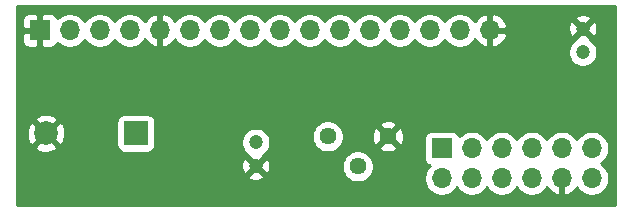
<source format=gbr>
G04 #@! TF.GenerationSoftware,KiCad,Pcbnew,5.1.5+dfsg1-2build2*
G04 #@! TF.CreationDate,2020-11-20T08:54:09-05:00*
G04 #@! TF.ProjectId,portb_lcd_mod,706f7274-625f-46c6-9364-5f6d6f642e6b,rev?*
G04 #@! TF.SameCoordinates,Original*
G04 #@! TF.FileFunction,Copper,L2,Bot*
G04 #@! TF.FilePolarity,Positive*
%FSLAX46Y46*%
G04 Gerber Fmt 4.6, Leading zero omitted, Abs format (unit mm)*
G04 Created by KiCad (PCBNEW 5.1.5+dfsg1-2build2) date 2020-11-20 08:54:09*
%MOMM*%
%LPD*%
G04 APERTURE LIST*
%ADD10R,2.000000X2.000000*%
%ADD11C,2.000000*%
%ADD12R,1.700000X1.700000*%
%ADD13O,1.700000X1.700000*%
%ADD14C,1.440000*%
%ADD15C,1.200000*%
%ADD16C,0.254000*%
G04 APERTURE END LIST*
D10*
X128778000Y-108712000D03*
D11*
X121178000Y-108712000D03*
D12*
X120650000Y-100000000D03*
D13*
X123190000Y-100000000D03*
X125730000Y-100000000D03*
X128270000Y-100000000D03*
X130810000Y-100000000D03*
X133350000Y-100000000D03*
X135890000Y-100000000D03*
X138430000Y-100000000D03*
X140970000Y-100000000D03*
X143510000Y-100000000D03*
X146050000Y-100000000D03*
X148590000Y-100000000D03*
X151130000Y-100000000D03*
X153670000Y-100000000D03*
X156210000Y-100000000D03*
X158750000Y-100000000D03*
D14*
X150114000Y-108966000D03*
X147574000Y-111506000D03*
X145034000Y-108966000D03*
D15*
X138938000Y-109474000D03*
X138938000Y-111474000D03*
X166624000Y-99854000D03*
X166624000Y-101854000D03*
D12*
X154686000Y-109982000D03*
D13*
X154686000Y-112522000D03*
X157226000Y-109982000D03*
X157226000Y-112522000D03*
X159766000Y-109982000D03*
X159766000Y-112522000D03*
X162306000Y-109982000D03*
X162306000Y-112522000D03*
X164846000Y-109982000D03*
X164846000Y-112522000D03*
X167386000Y-109982000D03*
X167386000Y-112522000D03*
D16*
G36*
X169315001Y-114815000D02*
G01*
X118685000Y-114815000D01*
X118685000Y-112323764D01*
X138267841Y-112323764D01*
X138315148Y-112547348D01*
X138536516Y-112648237D01*
X138773313Y-112704000D01*
X139016438Y-112712495D01*
X139256549Y-112673395D01*
X139484418Y-112588202D01*
X139560852Y-112547348D01*
X139608159Y-112323764D01*
X138938000Y-111653605D01*
X138267841Y-112323764D01*
X118685000Y-112323764D01*
X118685000Y-111552438D01*
X137699505Y-111552438D01*
X137738605Y-111792549D01*
X137823798Y-112020418D01*
X137864652Y-112096852D01*
X138088236Y-112144159D01*
X138758395Y-111474000D01*
X139117605Y-111474000D01*
X139787764Y-112144159D01*
X140011348Y-112096852D01*
X140112237Y-111875484D01*
X140168000Y-111638687D01*
X140176495Y-111395562D01*
X140172747Y-111372544D01*
X146219000Y-111372544D01*
X146219000Y-111639456D01*
X146271072Y-111901239D01*
X146373215Y-112147833D01*
X146521503Y-112369762D01*
X146710238Y-112558497D01*
X146932167Y-112706785D01*
X147178761Y-112808928D01*
X147440544Y-112861000D01*
X147707456Y-112861000D01*
X147969239Y-112808928D01*
X148215833Y-112706785D01*
X148437762Y-112558497D01*
X148626497Y-112369762D01*
X148774785Y-112147833D01*
X148876928Y-111901239D01*
X148929000Y-111639456D01*
X148929000Y-111372544D01*
X148876928Y-111110761D01*
X148774785Y-110864167D01*
X148626497Y-110642238D01*
X148437762Y-110453503D01*
X148215833Y-110305215D01*
X147969239Y-110203072D01*
X147707456Y-110151000D01*
X147440544Y-110151000D01*
X147178761Y-110203072D01*
X146932167Y-110305215D01*
X146710238Y-110453503D01*
X146521503Y-110642238D01*
X146373215Y-110864167D01*
X146271072Y-111110761D01*
X146219000Y-111372544D01*
X140172747Y-111372544D01*
X140137395Y-111155451D01*
X140052202Y-110927582D01*
X140011348Y-110851148D01*
X139787764Y-110803841D01*
X139117605Y-111474000D01*
X138758395Y-111474000D01*
X138088236Y-110803841D01*
X137864652Y-110851148D01*
X137763763Y-111072516D01*
X137708000Y-111309313D01*
X137699505Y-111552438D01*
X118685000Y-111552438D01*
X118685000Y-109847413D01*
X120222192Y-109847413D01*
X120317956Y-110111814D01*
X120607571Y-110252704D01*
X120919108Y-110334384D01*
X121240595Y-110353718D01*
X121559675Y-110309961D01*
X121864088Y-110204795D01*
X122038044Y-110111814D01*
X122133808Y-109847413D01*
X121178000Y-108891605D01*
X120222192Y-109847413D01*
X118685000Y-109847413D01*
X118685000Y-108774595D01*
X119536282Y-108774595D01*
X119580039Y-109093675D01*
X119685205Y-109398088D01*
X119778186Y-109572044D01*
X120042587Y-109667808D01*
X120998395Y-108712000D01*
X121357605Y-108712000D01*
X122313413Y-109667808D01*
X122577814Y-109572044D01*
X122718704Y-109282429D01*
X122800384Y-108970892D01*
X122819718Y-108649405D01*
X122775961Y-108330325D01*
X122670795Y-108025912D01*
X122577814Y-107851956D01*
X122313413Y-107756192D01*
X121357605Y-108712000D01*
X120998395Y-108712000D01*
X120042587Y-107756192D01*
X119778186Y-107851956D01*
X119637296Y-108141571D01*
X119555616Y-108453108D01*
X119536282Y-108774595D01*
X118685000Y-108774595D01*
X118685000Y-107576587D01*
X120222192Y-107576587D01*
X121178000Y-108532395D01*
X121998395Y-107712000D01*
X127139928Y-107712000D01*
X127139928Y-109712000D01*
X127152188Y-109836482D01*
X127188498Y-109956180D01*
X127247463Y-110066494D01*
X127326815Y-110163185D01*
X127423506Y-110242537D01*
X127533820Y-110301502D01*
X127653518Y-110337812D01*
X127778000Y-110350072D01*
X129778000Y-110350072D01*
X129902482Y-110337812D01*
X130022180Y-110301502D01*
X130132494Y-110242537D01*
X130229185Y-110163185D01*
X130308537Y-110066494D01*
X130367502Y-109956180D01*
X130403812Y-109836482D01*
X130416072Y-109712000D01*
X130416072Y-109352363D01*
X137703000Y-109352363D01*
X137703000Y-109595637D01*
X137750460Y-109834236D01*
X137843557Y-110058992D01*
X137978713Y-110261267D01*
X138150733Y-110433287D01*
X138288733Y-110525496D01*
X138267841Y-110624236D01*
X138938000Y-111294395D01*
X139608159Y-110624236D01*
X139587267Y-110525496D01*
X139725267Y-110433287D01*
X139897287Y-110261267D01*
X140032443Y-110058992D01*
X140125540Y-109834236D01*
X140173000Y-109595637D01*
X140173000Y-109352363D01*
X140125540Y-109113764D01*
X140032443Y-108889008D01*
X139994715Y-108832544D01*
X143679000Y-108832544D01*
X143679000Y-109099456D01*
X143731072Y-109361239D01*
X143833215Y-109607833D01*
X143981503Y-109829762D01*
X144170238Y-110018497D01*
X144392167Y-110166785D01*
X144638761Y-110268928D01*
X144900544Y-110321000D01*
X145167456Y-110321000D01*
X145429239Y-110268928D01*
X145675833Y-110166785D01*
X145897762Y-110018497D01*
X146014699Y-109901560D01*
X149358045Y-109901560D01*
X149419932Y-110137368D01*
X149661790Y-110250266D01*
X149921027Y-110313811D01*
X150187680Y-110325561D01*
X150451501Y-110285063D01*
X150702353Y-110193875D01*
X150808068Y-110137368D01*
X150869955Y-109901560D01*
X150114000Y-109145605D01*
X149358045Y-109901560D01*
X146014699Y-109901560D01*
X146086497Y-109829762D01*
X146234785Y-109607833D01*
X146336928Y-109361239D01*
X146389000Y-109099456D01*
X146389000Y-109039680D01*
X148754439Y-109039680D01*
X148794937Y-109303501D01*
X148886125Y-109554353D01*
X148942632Y-109660068D01*
X149178440Y-109721955D01*
X149934395Y-108966000D01*
X150293605Y-108966000D01*
X151049560Y-109721955D01*
X151285368Y-109660068D01*
X151398266Y-109418210D01*
X151461811Y-109158973D01*
X151462999Y-109132000D01*
X153197928Y-109132000D01*
X153197928Y-110832000D01*
X153210188Y-110956482D01*
X153246498Y-111076180D01*
X153305463Y-111186494D01*
X153384815Y-111283185D01*
X153481506Y-111362537D01*
X153591820Y-111421502D01*
X153664380Y-111443513D01*
X153532525Y-111575368D01*
X153370010Y-111818589D01*
X153258068Y-112088842D01*
X153201000Y-112375740D01*
X153201000Y-112668260D01*
X153258068Y-112955158D01*
X153370010Y-113225411D01*
X153532525Y-113468632D01*
X153739368Y-113675475D01*
X153982589Y-113837990D01*
X154252842Y-113949932D01*
X154539740Y-114007000D01*
X154832260Y-114007000D01*
X155119158Y-113949932D01*
X155389411Y-113837990D01*
X155632632Y-113675475D01*
X155839475Y-113468632D01*
X155956000Y-113294240D01*
X156072525Y-113468632D01*
X156279368Y-113675475D01*
X156522589Y-113837990D01*
X156792842Y-113949932D01*
X157079740Y-114007000D01*
X157372260Y-114007000D01*
X157659158Y-113949932D01*
X157929411Y-113837990D01*
X158172632Y-113675475D01*
X158379475Y-113468632D01*
X158496000Y-113294240D01*
X158612525Y-113468632D01*
X158819368Y-113675475D01*
X159062589Y-113837990D01*
X159332842Y-113949932D01*
X159619740Y-114007000D01*
X159912260Y-114007000D01*
X160199158Y-113949932D01*
X160469411Y-113837990D01*
X160712632Y-113675475D01*
X160919475Y-113468632D01*
X161036000Y-113294240D01*
X161152525Y-113468632D01*
X161359368Y-113675475D01*
X161602589Y-113837990D01*
X161872842Y-113949932D01*
X162159740Y-114007000D01*
X162452260Y-114007000D01*
X162739158Y-113949932D01*
X163009411Y-113837990D01*
X163252632Y-113675475D01*
X163459475Y-113468632D01*
X163581195Y-113286466D01*
X163650822Y-113403355D01*
X163845731Y-113619588D01*
X164079080Y-113793641D01*
X164341901Y-113918825D01*
X164489110Y-113963476D01*
X164719000Y-113842155D01*
X164719000Y-112649000D01*
X164699000Y-112649000D01*
X164699000Y-112395000D01*
X164719000Y-112395000D01*
X164719000Y-112375000D01*
X164973000Y-112375000D01*
X164973000Y-112395000D01*
X164993000Y-112395000D01*
X164993000Y-112649000D01*
X164973000Y-112649000D01*
X164973000Y-113842155D01*
X165202890Y-113963476D01*
X165350099Y-113918825D01*
X165612920Y-113793641D01*
X165846269Y-113619588D01*
X166041178Y-113403355D01*
X166110805Y-113286466D01*
X166232525Y-113468632D01*
X166439368Y-113675475D01*
X166682589Y-113837990D01*
X166952842Y-113949932D01*
X167239740Y-114007000D01*
X167532260Y-114007000D01*
X167819158Y-113949932D01*
X168089411Y-113837990D01*
X168332632Y-113675475D01*
X168539475Y-113468632D01*
X168701990Y-113225411D01*
X168813932Y-112955158D01*
X168871000Y-112668260D01*
X168871000Y-112375740D01*
X168813932Y-112088842D01*
X168701990Y-111818589D01*
X168539475Y-111575368D01*
X168332632Y-111368525D01*
X168158240Y-111252000D01*
X168332632Y-111135475D01*
X168539475Y-110928632D01*
X168701990Y-110685411D01*
X168813932Y-110415158D01*
X168871000Y-110128260D01*
X168871000Y-109835740D01*
X168813932Y-109548842D01*
X168701990Y-109278589D01*
X168539475Y-109035368D01*
X168332632Y-108828525D01*
X168089411Y-108666010D01*
X167819158Y-108554068D01*
X167532260Y-108497000D01*
X167239740Y-108497000D01*
X166952842Y-108554068D01*
X166682589Y-108666010D01*
X166439368Y-108828525D01*
X166232525Y-109035368D01*
X166116000Y-109209760D01*
X165999475Y-109035368D01*
X165792632Y-108828525D01*
X165549411Y-108666010D01*
X165279158Y-108554068D01*
X164992260Y-108497000D01*
X164699740Y-108497000D01*
X164412842Y-108554068D01*
X164142589Y-108666010D01*
X163899368Y-108828525D01*
X163692525Y-109035368D01*
X163576000Y-109209760D01*
X163459475Y-109035368D01*
X163252632Y-108828525D01*
X163009411Y-108666010D01*
X162739158Y-108554068D01*
X162452260Y-108497000D01*
X162159740Y-108497000D01*
X161872842Y-108554068D01*
X161602589Y-108666010D01*
X161359368Y-108828525D01*
X161152525Y-109035368D01*
X161036000Y-109209760D01*
X160919475Y-109035368D01*
X160712632Y-108828525D01*
X160469411Y-108666010D01*
X160199158Y-108554068D01*
X159912260Y-108497000D01*
X159619740Y-108497000D01*
X159332842Y-108554068D01*
X159062589Y-108666010D01*
X158819368Y-108828525D01*
X158612525Y-109035368D01*
X158496000Y-109209760D01*
X158379475Y-109035368D01*
X158172632Y-108828525D01*
X157929411Y-108666010D01*
X157659158Y-108554068D01*
X157372260Y-108497000D01*
X157079740Y-108497000D01*
X156792842Y-108554068D01*
X156522589Y-108666010D01*
X156279368Y-108828525D01*
X156147513Y-108960380D01*
X156125502Y-108887820D01*
X156066537Y-108777506D01*
X155987185Y-108680815D01*
X155890494Y-108601463D01*
X155780180Y-108542498D01*
X155660482Y-108506188D01*
X155536000Y-108493928D01*
X153836000Y-108493928D01*
X153711518Y-108506188D01*
X153591820Y-108542498D01*
X153481506Y-108601463D01*
X153384815Y-108680815D01*
X153305463Y-108777506D01*
X153246498Y-108887820D01*
X153210188Y-109007518D01*
X153197928Y-109132000D01*
X151462999Y-109132000D01*
X151473561Y-108892320D01*
X151433063Y-108628499D01*
X151341875Y-108377647D01*
X151285368Y-108271932D01*
X151049560Y-108210045D01*
X150293605Y-108966000D01*
X149934395Y-108966000D01*
X149178440Y-108210045D01*
X148942632Y-108271932D01*
X148829734Y-108513790D01*
X148766189Y-108773027D01*
X148754439Y-109039680D01*
X146389000Y-109039680D01*
X146389000Y-108832544D01*
X146336928Y-108570761D01*
X146234785Y-108324167D01*
X146086497Y-108102238D01*
X146014699Y-108030440D01*
X149358045Y-108030440D01*
X150114000Y-108786395D01*
X150869955Y-108030440D01*
X150808068Y-107794632D01*
X150566210Y-107681734D01*
X150306973Y-107618189D01*
X150040320Y-107606439D01*
X149776499Y-107646937D01*
X149525647Y-107738125D01*
X149419932Y-107794632D01*
X149358045Y-108030440D01*
X146014699Y-108030440D01*
X145897762Y-107913503D01*
X145675833Y-107765215D01*
X145429239Y-107663072D01*
X145167456Y-107611000D01*
X144900544Y-107611000D01*
X144638761Y-107663072D01*
X144392167Y-107765215D01*
X144170238Y-107913503D01*
X143981503Y-108102238D01*
X143833215Y-108324167D01*
X143731072Y-108570761D01*
X143679000Y-108832544D01*
X139994715Y-108832544D01*
X139897287Y-108686733D01*
X139725267Y-108514713D01*
X139522992Y-108379557D01*
X139298236Y-108286460D01*
X139059637Y-108239000D01*
X138816363Y-108239000D01*
X138577764Y-108286460D01*
X138353008Y-108379557D01*
X138150733Y-108514713D01*
X137978713Y-108686733D01*
X137843557Y-108889008D01*
X137750460Y-109113764D01*
X137703000Y-109352363D01*
X130416072Y-109352363D01*
X130416072Y-107712000D01*
X130403812Y-107587518D01*
X130367502Y-107467820D01*
X130308537Y-107357506D01*
X130229185Y-107260815D01*
X130132494Y-107181463D01*
X130022180Y-107122498D01*
X129902482Y-107086188D01*
X129778000Y-107073928D01*
X127778000Y-107073928D01*
X127653518Y-107086188D01*
X127533820Y-107122498D01*
X127423506Y-107181463D01*
X127326815Y-107260815D01*
X127247463Y-107357506D01*
X127188498Y-107467820D01*
X127152188Y-107587518D01*
X127139928Y-107712000D01*
X121998395Y-107712000D01*
X122133808Y-107576587D01*
X122038044Y-107312186D01*
X121748429Y-107171296D01*
X121436892Y-107089616D01*
X121115405Y-107070282D01*
X120796325Y-107114039D01*
X120491912Y-107219205D01*
X120317956Y-107312186D01*
X120222192Y-107576587D01*
X118685000Y-107576587D01*
X118685000Y-101732363D01*
X165389000Y-101732363D01*
X165389000Y-101975637D01*
X165436460Y-102214236D01*
X165529557Y-102438992D01*
X165664713Y-102641267D01*
X165836733Y-102813287D01*
X166039008Y-102948443D01*
X166263764Y-103041540D01*
X166502363Y-103089000D01*
X166745637Y-103089000D01*
X166984236Y-103041540D01*
X167208992Y-102948443D01*
X167411267Y-102813287D01*
X167583287Y-102641267D01*
X167718443Y-102438992D01*
X167811540Y-102214236D01*
X167859000Y-101975637D01*
X167859000Y-101732363D01*
X167811540Y-101493764D01*
X167718443Y-101269008D01*
X167583287Y-101066733D01*
X167411267Y-100894713D01*
X167273267Y-100802504D01*
X167294159Y-100703764D01*
X166624000Y-100033605D01*
X165953841Y-100703764D01*
X165974733Y-100802504D01*
X165836733Y-100894713D01*
X165664713Y-101066733D01*
X165529557Y-101269008D01*
X165436460Y-101493764D01*
X165389000Y-101732363D01*
X118685000Y-101732363D01*
X118685000Y-100850000D01*
X119161928Y-100850000D01*
X119174188Y-100974482D01*
X119210498Y-101094180D01*
X119269463Y-101204494D01*
X119348815Y-101301185D01*
X119445506Y-101380537D01*
X119555820Y-101439502D01*
X119675518Y-101475812D01*
X119800000Y-101488072D01*
X120364250Y-101485000D01*
X120523000Y-101326250D01*
X120523000Y-100127000D01*
X119323750Y-100127000D01*
X119165000Y-100285750D01*
X119161928Y-100850000D01*
X118685000Y-100850000D01*
X118685000Y-99150000D01*
X119161928Y-99150000D01*
X119165000Y-99714250D01*
X119323750Y-99873000D01*
X120523000Y-99873000D01*
X120523000Y-98673750D01*
X120777000Y-98673750D01*
X120777000Y-99873000D01*
X120797000Y-99873000D01*
X120797000Y-100127000D01*
X120777000Y-100127000D01*
X120777000Y-101326250D01*
X120935750Y-101485000D01*
X121500000Y-101488072D01*
X121624482Y-101475812D01*
X121744180Y-101439502D01*
X121854494Y-101380537D01*
X121951185Y-101301185D01*
X122030537Y-101204494D01*
X122089502Y-101094180D01*
X122111513Y-101021620D01*
X122243368Y-101153475D01*
X122486589Y-101315990D01*
X122756842Y-101427932D01*
X123043740Y-101485000D01*
X123336260Y-101485000D01*
X123623158Y-101427932D01*
X123893411Y-101315990D01*
X124136632Y-101153475D01*
X124343475Y-100946632D01*
X124460000Y-100772240D01*
X124576525Y-100946632D01*
X124783368Y-101153475D01*
X125026589Y-101315990D01*
X125296842Y-101427932D01*
X125583740Y-101485000D01*
X125876260Y-101485000D01*
X126163158Y-101427932D01*
X126433411Y-101315990D01*
X126676632Y-101153475D01*
X126883475Y-100946632D01*
X127000000Y-100772240D01*
X127116525Y-100946632D01*
X127323368Y-101153475D01*
X127566589Y-101315990D01*
X127836842Y-101427932D01*
X128123740Y-101485000D01*
X128416260Y-101485000D01*
X128703158Y-101427932D01*
X128973411Y-101315990D01*
X129216632Y-101153475D01*
X129423475Y-100946632D01*
X129545195Y-100764466D01*
X129614822Y-100881355D01*
X129809731Y-101097588D01*
X130043080Y-101271641D01*
X130305901Y-101396825D01*
X130453110Y-101441476D01*
X130683000Y-101320155D01*
X130683000Y-100127000D01*
X130663000Y-100127000D01*
X130663000Y-99873000D01*
X130683000Y-99873000D01*
X130683000Y-98679845D01*
X130937000Y-98679845D01*
X130937000Y-99873000D01*
X130957000Y-99873000D01*
X130957000Y-100127000D01*
X130937000Y-100127000D01*
X130937000Y-101320155D01*
X131166890Y-101441476D01*
X131314099Y-101396825D01*
X131576920Y-101271641D01*
X131810269Y-101097588D01*
X132005178Y-100881355D01*
X132074805Y-100764466D01*
X132196525Y-100946632D01*
X132403368Y-101153475D01*
X132646589Y-101315990D01*
X132916842Y-101427932D01*
X133203740Y-101485000D01*
X133496260Y-101485000D01*
X133783158Y-101427932D01*
X134053411Y-101315990D01*
X134296632Y-101153475D01*
X134503475Y-100946632D01*
X134620000Y-100772240D01*
X134736525Y-100946632D01*
X134943368Y-101153475D01*
X135186589Y-101315990D01*
X135456842Y-101427932D01*
X135743740Y-101485000D01*
X136036260Y-101485000D01*
X136323158Y-101427932D01*
X136593411Y-101315990D01*
X136836632Y-101153475D01*
X137043475Y-100946632D01*
X137160000Y-100772240D01*
X137276525Y-100946632D01*
X137483368Y-101153475D01*
X137726589Y-101315990D01*
X137996842Y-101427932D01*
X138283740Y-101485000D01*
X138576260Y-101485000D01*
X138863158Y-101427932D01*
X139133411Y-101315990D01*
X139376632Y-101153475D01*
X139583475Y-100946632D01*
X139700000Y-100772240D01*
X139816525Y-100946632D01*
X140023368Y-101153475D01*
X140266589Y-101315990D01*
X140536842Y-101427932D01*
X140823740Y-101485000D01*
X141116260Y-101485000D01*
X141403158Y-101427932D01*
X141673411Y-101315990D01*
X141916632Y-101153475D01*
X142123475Y-100946632D01*
X142240000Y-100772240D01*
X142356525Y-100946632D01*
X142563368Y-101153475D01*
X142806589Y-101315990D01*
X143076842Y-101427932D01*
X143363740Y-101485000D01*
X143656260Y-101485000D01*
X143943158Y-101427932D01*
X144213411Y-101315990D01*
X144456632Y-101153475D01*
X144663475Y-100946632D01*
X144780000Y-100772240D01*
X144896525Y-100946632D01*
X145103368Y-101153475D01*
X145346589Y-101315990D01*
X145616842Y-101427932D01*
X145903740Y-101485000D01*
X146196260Y-101485000D01*
X146483158Y-101427932D01*
X146753411Y-101315990D01*
X146996632Y-101153475D01*
X147203475Y-100946632D01*
X147320000Y-100772240D01*
X147436525Y-100946632D01*
X147643368Y-101153475D01*
X147886589Y-101315990D01*
X148156842Y-101427932D01*
X148443740Y-101485000D01*
X148736260Y-101485000D01*
X149023158Y-101427932D01*
X149293411Y-101315990D01*
X149536632Y-101153475D01*
X149743475Y-100946632D01*
X149860000Y-100772240D01*
X149976525Y-100946632D01*
X150183368Y-101153475D01*
X150426589Y-101315990D01*
X150696842Y-101427932D01*
X150983740Y-101485000D01*
X151276260Y-101485000D01*
X151563158Y-101427932D01*
X151833411Y-101315990D01*
X152076632Y-101153475D01*
X152283475Y-100946632D01*
X152400000Y-100772240D01*
X152516525Y-100946632D01*
X152723368Y-101153475D01*
X152966589Y-101315990D01*
X153236842Y-101427932D01*
X153523740Y-101485000D01*
X153816260Y-101485000D01*
X154103158Y-101427932D01*
X154373411Y-101315990D01*
X154616632Y-101153475D01*
X154823475Y-100946632D01*
X154940000Y-100772240D01*
X155056525Y-100946632D01*
X155263368Y-101153475D01*
X155506589Y-101315990D01*
X155776842Y-101427932D01*
X156063740Y-101485000D01*
X156356260Y-101485000D01*
X156643158Y-101427932D01*
X156913411Y-101315990D01*
X157156632Y-101153475D01*
X157363475Y-100946632D01*
X157485195Y-100764466D01*
X157554822Y-100881355D01*
X157749731Y-101097588D01*
X157983080Y-101271641D01*
X158245901Y-101396825D01*
X158393110Y-101441476D01*
X158623000Y-101320155D01*
X158623000Y-100127000D01*
X158877000Y-100127000D01*
X158877000Y-101320155D01*
X159106890Y-101441476D01*
X159254099Y-101396825D01*
X159516920Y-101271641D01*
X159750269Y-101097588D01*
X159945178Y-100881355D01*
X160094157Y-100631252D01*
X160191481Y-100356891D01*
X160070814Y-100127000D01*
X158877000Y-100127000D01*
X158623000Y-100127000D01*
X158603000Y-100127000D01*
X158603000Y-99932438D01*
X165385505Y-99932438D01*
X165424605Y-100172549D01*
X165509798Y-100400418D01*
X165550652Y-100476852D01*
X165774236Y-100524159D01*
X166444395Y-99854000D01*
X166803605Y-99854000D01*
X167473764Y-100524159D01*
X167697348Y-100476852D01*
X167798237Y-100255484D01*
X167854000Y-100018687D01*
X167862495Y-99775562D01*
X167823395Y-99535451D01*
X167738202Y-99307582D01*
X167697348Y-99231148D01*
X167473764Y-99183841D01*
X166803605Y-99854000D01*
X166444395Y-99854000D01*
X165774236Y-99183841D01*
X165550652Y-99231148D01*
X165449763Y-99452516D01*
X165394000Y-99689313D01*
X165385505Y-99932438D01*
X158603000Y-99932438D01*
X158603000Y-99873000D01*
X158623000Y-99873000D01*
X158623000Y-98679845D01*
X158877000Y-98679845D01*
X158877000Y-99873000D01*
X160070814Y-99873000D01*
X160191481Y-99643109D01*
X160094157Y-99368748D01*
X159945178Y-99118645D01*
X159842052Y-99004236D01*
X165953841Y-99004236D01*
X166624000Y-99674395D01*
X167294159Y-99004236D01*
X167246852Y-98780652D01*
X167025484Y-98679763D01*
X166788687Y-98624000D01*
X166545562Y-98615505D01*
X166305451Y-98654605D01*
X166077582Y-98739798D01*
X166001148Y-98780652D01*
X165953841Y-99004236D01*
X159842052Y-99004236D01*
X159750269Y-98902412D01*
X159516920Y-98728359D01*
X159254099Y-98603175D01*
X159106890Y-98558524D01*
X158877000Y-98679845D01*
X158623000Y-98679845D01*
X158393110Y-98558524D01*
X158245901Y-98603175D01*
X157983080Y-98728359D01*
X157749731Y-98902412D01*
X157554822Y-99118645D01*
X157485195Y-99235534D01*
X157363475Y-99053368D01*
X157156632Y-98846525D01*
X156913411Y-98684010D01*
X156643158Y-98572068D01*
X156356260Y-98515000D01*
X156063740Y-98515000D01*
X155776842Y-98572068D01*
X155506589Y-98684010D01*
X155263368Y-98846525D01*
X155056525Y-99053368D01*
X154940000Y-99227760D01*
X154823475Y-99053368D01*
X154616632Y-98846525D01*
X154373411Y-98684010D01*
X154103158Y-98572068D01*
X153816260Y-98515000D01*
X153523740Y-98515000D01*
X153236842Y-98572068D01*
X152966589Y-98684010D01*
X152723368Y-98846525D01*
X152516525Y-99053368D01*
X152400000Y-99227760D01*
X152283475Y-99053368D01*
X152076632Y-98846525D01*
X151833411Y-98684010D01*
X151563158Y-98572068D01*
X151276260Y-98515000D01*
X150983740Y-98515000D01*
X150696842Y-98572068D01*
X150426589Y-98684010D01*
X150183368Y-98846525D01*
X149976525Y-99053368D01*
X149860000Y-99227760D01*
X149743475Y-99053368D01*
X149536632Y-98846525D01*
X149293411Y-98684010D01*
X149023158Y-98572068D01*
X148736260Y-98515000D01*
X148443740Y-98515000D01*
X148156842Y-98572068D01*
X147886589Y-98684010D01*
X147643368Y-98846525D01*
X147436525Y-99053368D01*
X147320000Y-99227760D01*
X147203475Y-99053368D01*
X146996632Y-98846525D01*
X146753411Y-98684010D01*
X146483158Y-98572068D01*
X146196260Y-98515000D01*
X145903740Y-98515000D01*
X145616842Y-98572068D01*
X145346589Y-98684010D01*
X145103368Y-98846525D01*
X144896525Y-99053368D01*
X144780000Y-99227760D01*
X144663475Y-99053368D01*
X144456632Y-98846525D01*
X144213411Y-98684010D01*
X143943158Y-98572068D01*
X143656260Y-98515000D01*
X143363740Y-98515000D01*
X143076842Y-98572068D01*
X142806589Y-98684010D01*
X142563368Y-98846525D01*
X142356525Y-99053368D01*
X142240000Y-99227760D01*
X142123475Y-99053368D01*
X141916632Y-98846525D01*
X141673411Y-98684010D01*
X141403158Y-98572068D01*
X141116260Y-98515000D01*
X140823740Y-98515000D01*
X140536842Y-98572068D01*
X140266589Y-98684010D01*
X140023368Y-98846525D01*
X139816525Y-99053368D01*
X139700000Y-99227760D01*
X139583475Y-99053368D01*
X139376632Y-98846525D01*
X139133411Y-98684010D01*
X138863158Y-98572068D01*
X138576260Y-98515000D01*
X138283740Y-98515000D01*
X137996842Y-98572068D01*
X137726589Y-98684010D01*
X137483368Y-98846525D01*
X137276525Y-99053368D01*
X137160000Y-99227760D01*
X137043475Y-99053368D01*
X136836632Y-98846525D01*
X136593411Y-98684010D01*
X136323158Y-98572068D01*
X136036260Y-98515000D01*
X135743740Y-98515000D01*
X135456842Y-98572068D01*
X135186589Y-98684010D01*
X134943368Y-98846525D01*
X134736525Y-99053368D01*
X134620000Y-99227760D01*
X134503475Y-99053368D01*
X134296632Y-98846525D01*
X134053411Y-98684010D01*
X133783158Y-98572068D01*
X133496260Y-98515000D01*
X133203740Y-98515000D01*
X132916842Y-98572068D01*
X132646589Y-98684010D01*
X132403368Y-98846525D01*
X132196525Y-99053368D01*
X132074805Y-99235534D01*
X132005178Y-99118645D01*
X131810269Y-98902412D01*
X131576920Y-98728359D01*
X131314099Y-98603175D01*
X131166890Y-98558524D01*
X130937000Y-98679845D01*
X130683000Y-98679845D01*
X130453110Y-98558524D01*
X130305901Y-98603175D01*
X130043080Y-98728359D01*
X129809731Y-98902412D01*
X129614822Y-99118645D01*
X129545195Y-99235534D01*
X129423475Y-99053368D01*
X129216632Y-98846525D01*
X128973411Y-98684010D01*
X128703158Y-98572068D01*
X128416260Y-98515000D01*
X128123740Y-98515000D01*
X127836842Y-98572068D01*
X127566589Y-98684010D01*
X127323368Y-98846525D01*
X127116525Y-99053368D01*
X127000000Y-99227760D01*
X126883475Y-99053368D01*
X126676632Y-98846525D01*
X126433411Y-98684010D01*
X126163158Y-98572068D01*
X125876260Y-98515000D01*
X125583740Y-98515000D01*
X125296842Y-98572068D01*
X125026589Y-98684010D01*
X124783368Y-98846525D01*
X124576525Y-99053368D01*
X124460000Y-99227760D01*
X124343475Y-99053368D01*
X124136632Y-98846525D01*
X123893411Y-98684010D01*
X123623158Y-98572068D01*
X123336260Y-98515000D01*
X123043740Y-98515000D01*
X122756842Y-98572068D01*
X122486589Y-98684010D01*
X122243368Y-98846525D01*
X122111513Y-98978380D01*
X122089502Y-98905820D01*
X122030537Y-98795506D01*
X121951185Y-98698815D01*
X121854494Y-98619463D01*
X121744180Y-98560498D01*
X121624482Y-98524188D01*
X121500000Y-98511928D01*
X120935750Y-98515000D01*
X120777000Y-98673750D01*
X120523000Y-98673750D01*
X120364250Y-98515000D01*
X119800000Y-98511928D01*
X119675518Y-98524188D01*
X119555820Y-98560498D01*
X119445506Y-98619463D01*
X119348815Y-98698815D01*
X119269463Y-98795506D01*
X119210498Y-98905820D01*
X119174188Y-99025518D01*
X119161928Y-99150000D01*
X118685000Y-99150000D01*
X118685000Y-97935000D01*
X169315000Y-97935000D01*
X169315001Y-114815000D01*
G37*
X169315001Y-114815000D02*
X118685000Y-114815000D01*
X118685000Y-112323764D01*
X138267841Y-112323764D01*
X138315148Y-112547348D01*
X138536516Y-112648237D01*
X138773313Y-112704000D01*
X139016438Y-112712495D01*
X139256549Y-112673395D01*
X139484418Y-112588202D01*
X139560852Y-112547348D01*
X139608159Y-112323764D01*
X138938000Y-111653605D01*
X138267841Y-112323764D01*
X118685000Y-112323764D01*
X118685000Y-111552438D01*
X137699505Y-111552438D01*
X137738605Y-111792549D01*
X137823798Y-112020418D01*
X137864652Y-112096852D01*
X138088236Y-112144159D01*
X138758395Y-111474000D01*
X139117605Y-111474000D01*
X139787764Y-112144159D01*
X140011348Y-112096852D01*
X140112237Y-111875484D01*
X140168000Y-111638687D01*
X140176495Y-111395562D01*
X140172747Y-111372544D01*
X146219000Y-111372544D01*
X146219000Y-111639456D01*
X146271072Y-111901239D01*
X146373215Y-112147833D01*
X146521503Y-112369762D01*
X146710238Y-112558497D01*
X146932167Y-112706785D01*
X147178761Y-112808928D01*
X147440544Y-112861000D01*
X147707456Y-112861000D01*
X147969239Y-112808928D01*
X148215833Y-112706785D01*
X148437762Y-112558497D01*
X148626497Y-112369762D01*
X148774785Y-112147833D01*
X148876928Y-111901239D01*
X148929000Y-111639456D01*
X148929000Y-111372544D01*
X148876928Y-111110761D01*
X148774785Y-110864167D01*
X148626497Y-110642238D01*
X148437762Y-110453503D01*
X148215833Y-110305215D01*
X147969239Y-110203072D01*
X147707456Y-110151000D01*
X147440544Y-110151000D01*
X147178761Y-110203072D01*
X146932167Y-110305215D01*
X146710238Y-110453503D01*
X146521503Y-110642238D01*
X146373215Y-110864167D01*
X146271072Y-111110761D01*
X146219000Y-111372544D01*
X140172747Y-111372544D01*
X140137395Y-111155451D01*
X140052202Y-110927582D01*
X140011348Y-110851148D01*
X139787764Y-110803841D01*
X139117605Y-111474000D01*
X138758395Y-111474000D01*
X138088236Y-110803841D01*
X137864652Y-110851148D01*
X137763763Y-111072516D01*
X137708000Y-111309313D01*
X137699505Y-111552438D01*
X118685000Y-111552438D01*
X118685000Y-109847413D01*
X120222192Y-109847413D01*
X120317956Y-110111814D01*
X120607571Y-110252704D01*
X120919108Y-110334384D01*
X121240595Y-110353718D01*
X121559675Y-110309961D01*
X121864088Y-110204795D01*
X122038044Y-110111814D01*
X122133808Y-109847413D01*
X121178000Y-108891605D01*
X120222192Y-109847413D01*
X118685000Y-109847413D01*
X118685000Y-108774595D01*
X119536282Y-108774595D01*
X119580039Y-109093675D01*
X119685205Y-109398088D01*
X119778186Y-109572044D01*
X120042587Y-109667808D01*
X120998395Y-108712000D01*
X121357605Y-108712000D01*
X122313413Y-109667808D01*
X122577814Y-109572044D01*
X122718704Y-109282429D01*
X122800384Y-108970892D01*
X122819718Y-108649405D01*
X122775961Y-108330325D01*
X122670795Y-108025912D01*
X122577814Y-107851956D01*
X122313413Y-107756192D01*
X121357605Y-108712000D01*
X120998395Y-108712000D01*
X120042587Y-107756192D01*
X119778186Y-107851956D01*
X119637296Y-108141571D01*
X119555616Y-108453108D01*
X119536282Y-108774595D01*
X118685000Y-108774595D01*
X118685000Y-107576587D01*
X120222192Y-107576587D01*
X121178000Y-108532395D01*
X121998395Y-107712000D01*
X127139928Y-107712000D01*
X127139928Y-109712000D01*
X127152188Y-109836482D01*
X127188498Y-109956180D01*
X127247463Y-110066494D01*
X127326815Y-110163185D01*
X127423506Y-110242537D01*
X127533820Y-110301502D01*
X127653518Y-110337812D01*
X127778000Y-110350072D01*
X129778000Y-110350072D01*
X129902482Y-110337812D01*
X130022180Y-110301502D01*
X130132494Y-110242537D01*
X130229185Y-110163185D01*
X130308537Y-110066494D01*
X130367502Y-109956180D01*
X130403812Y-109836482D01*
X130416072Y-109712000D01*
X130416072Y-109352363D01*
X137703000Y-109352363D01*
X137703000Y-109595637D01*
X137750460Y-109834236D01*
X137843557Y-110058992D01*
X137978713Y-110261267D01*
X138150733Y-110433287D01*
X138288733Y-110525496D01*
X138267841Y-110624236D01*
X138938000Y-111294395D01*
X139608159Y-110624236D01*
X139587267Y-110525496D01*
X139725267Y-110433287D01*
X139897287Y-110261267D01*
X140032443Y-110058992D01*
X140125540Y-109834236D01*
X140173000Y-109595637D01*
X140173000Y-109352363D01*
X140125540Y-109113764D01*
X140032443Y-108889008D01*
X139994715Y-108832544D01*
X143679000Y-108832544D01*
X143679000Y-109099456D01*
X143731072Y-109361239D01*
X143833215Y-109607833D01*
X143981503Y-109829762D01*
X144170238Y-110018497D01*
X144392167Y-110166785D01*
X144638761Y-110268928D01*
X144900544Y-110321000D01*
X145167456Y-110321000D01*
X145429239Y-110268928D01*
X145675833Y-110166785D01*
X145897762Y-110018497D01*
X146014699Y-109901560D01*
X149358045Y-109901560D01*
X149419932Y-110137368D01*
X149661790Y-110250266D01*
X149921027Y-110313811D01*
X150187680Y-110325561D01*
X150451501Y-110285063D01*
X150702353Y-110193875D01*
X150808068Y-110137368D01*
X150869955Y-109901560D01*
X150114000Y-109145605D01*
X149358045Y-109901560D01*
X146014699Y-109901560D01*
X146086497Y-109829762D01*
X146234785Y-109607833D01*
X146336928Y-109361239D01*
X146389000Y-109099456D01*
X146389000Y-109039680D01*
X148754439Y-109039680D01*
X148794937Y-109303501D01*
X148886125Y-109554353D01*
X148942632Y-109660068D01*
X149178440Y-109721955D01*
X149934395Y-108966000D01*
X150293605Y-108966000D01*
X151049560Y-109721955D01*
X151285368Y-109660068D01*
X151398266Y-109418210D01*
X151461811Y-109158973D01*
X151462999Y-109132000D01*
X153197928Y-109132000D01*
X153197928Y-110832000D01*
X153210188Y-110956482D01*
X153246498Y-111076180D01*
X153305463Y-111186494D01*
X153384815Y-111283185D01*
X153481506Y-111362537D01*
X153591820Y-111421502D01*
X153664380Y-111443513D01*
X153532525Y-111575368D01*
X153370010Y-111818589D01*
X153258068Y-112088842D01*
X153201000Y-112375740D01*
X153201000Y-112668260D01*
X153258068Y-112955158D01*
X153370010Y-113225411D01*
X153532525Y-113468632D01*
X153739368Y-113675475D01*
X153982589Y-113837990D01*
X154252842Y-113949932D01*
X154539740Y-114007000D01*
X154832260Y-114007000D01*
X155119158Y-113949932D01*
X155389411Y-113837990D01*
X155632632Y-113675475D01*
X155839475Y-113468632D01*
X155956000Y-113294240D01*
X156072525Y-113468632D01*
X156279368Y-113675475D01*
X156522589Y-113837990D01*
X156792842Y-113949932D01*
X157079740Y-114007000D01*
X157372260Y-114007000D01*
X157659158Y-113949932D01*
X157929411Y-113837990D01*
X158172632Y-113675475D01*
X158379475Y-113468632D01*
X158496000Y-113294240D01*
X158612525Y-113468632D01*
X158819368Y-113675475D01*
X159062589Y-113837990D01*
X159332842Y-113949932D01*
X159619740Y-114007000D01*
X159912260Y-114007000D01*
X160199158Y-113949932D01*
X160469411Y-113837990D01*
X160712632Y-113675475D01*
X160919475Y-113468632D01*
X161036000Y-113294240D01*
X161152525Y-113468632D01*
X161359368Y-113675475D01*
X161602589Y-113837990D01*
X161872842Y-113949932D01*
X162159740Y-114007000D01*
X162452260Y-114007000D01*
X162739158Y-113949932D01*
X163009411Y-113837990D01*
X163252632Y-113675475D01*
X163459475Y-113468632D01*
X163581195Y-113286466D01*
X163650822Y-113403355D01*
X163845731Y-113619588D01*
X164079080Y-113793641D01*
X164341901Y-113918825D01*
X164489110Y-113963476D01*
X164719000Y-113842155D01*
X164719000Y-112649000D01*
X164699000Y-112649000D01*
X164699000Y-112395000D01*
X164719000Y-112395000D01*
X164719000Y-112375000D01*
X164973000Y-112375000D01*
X164973000Y-112395000D01*
X164993000Y-112395000D01*
X164993000Y-112649000D01*
X164973000Y-112649000D01*
X164973000Y-113842155D01*
X165202890Y-113963476D01*
X165350099Y-113918825D01*
X165612920Y-113793641D01*
X165846269Y-113619588D01*
X166041178Y-113403355D01*
X166110805Y-113286466D01*
X166232525Y-113468632D01*
X166439368Y-113675475D01*
X166682589Y-113837990D01*
X166952842Y-113949932D01*
X167239740Y-114007000D01*
X167532260Y-114007000D01*
X167819158Y-113949932D01*
X168089411Y-113837990D01*
X168332632Y-113675475D01*
X168539475Y-113468632D01*
X168701990Y-113225411D01*
X168813932Y-112955158D01*
X168871000Y-112668260D01*
X168871000Y-112375740D01*
X168813932Y-112088842D01*
X168701990Y-111818589D01*
X168539475Y-111575368D01*
X168332632Y-111368525D01*
X168158240Y-111252000D01*
X168332632Y-111135475D01*
X168539475Y-110928632D01*
X168701990Y-110685411D01*
X168813932Y-110415158D01*
X168871000Y-110128260D01*
X168871000Y-109835740D01*
X168813932Y-109548842D01*
X168701990Y-109278589D01*
X168539475Y-109035368D01*
X168332632Y-108828525D01*
X168089411Y-108666010D01*
X167819158Y-108554068D01*
X167532260Y-108497000D01*
X167239740Y-108497000D01*
X166952842Y-108554068D01*
X166682589Y-108666010D01*
X166439368Y-108828525D01*
X166232525Y-109035368D01*
X166116000Y-109209760D01*
X165999475Y-109035368D01*
X165792632Y-108828525D01*
X165549411Y-108666010D01*
X165279158Y-108554068D01*
X164992260Y-108497000D01*
X164699740Y-108497000D01*
X164412842Y-108554068D01*
X164142589Y-108666010D01*
X163899368Y-108828525D01*
X163692525Y-109035368D01*
X163576000Y-109209760D01*
X163459475Y-109035368D01*
X163252632Y-108828525D01*
X163009411Y-108666010D01*
X162739158Y-108554068D01*
X162452260Y-108497000D01*
X162159740Y-108497000D01*
X161872842Y-108554068D01*
X161602589Y-108666010D01*
X161359368Y-108828525D01*
X161152525Y-109035368D01*
X161036000Y-109209760D01*
X160919475Y-109035368D01*
X160712632Y-108828525D01*
X160469411Y-108666010D01*
X160199158Y-108554068D01*
X159912260Y-108497000D01*
X159619740Y-108497000D01*
X159332842Y-108554068D01*
X159062589Y-108666010D01*
X158819368Y-108828525D01*
X158612525Y-109035368D01*
X158496000Y-109209760D01*
X158379475Y-109035368D01*
X158172632Y-108828525D01*
X157929411Y-108666010D01*
X157659158Y-108554068D01*
X157372260Y-108497000D01*
X157079740Y-108497000D01*
X156792842Y-108554068D01*
X156522589Y-108666010D01*
X156279368Y-108828525D01*
X156147513Y-108960380D01*
X156125502Y-108887820D01*
X156066537Y-108777506D01*
X155987185Y-108680815D01*
X155890494Y-108601463D01*
X155780180Y-108542498D01*
X155660482Y-108506188D01*
X155536000Y-108493928D01*
X153836000Y-108493928D01*
X153711518Y-108506188D01*
X153591820Y-108542498D01*
X153481506Y-108601463D01*
X153384815Y-108680815D01*
X153305463Y-108777506D01*
X153246498Y-108887820D01*
X153210188Y-109007518D01*
X153197928Y-109132000D01*
X151462999Y-109132000D01*
X151473561Y-108892320D01*
X151433063Y-108628499D01*
X151341875Y-108377647D01*
X151285368Y-108271932D01*
X151049560Y-108210045D01*
X150293605Y-108966000D01*
X149934395Y-108966000D01*
X149178440Y-108210045D01*
X148942632Y-108271932D01*
X148829734Y-108513790D01*
X148766189Y-108773027D01*
X148754439Y-109039680D01*
X146389000Y-109039680D01*
X146389000Y-108832544D01*
X146336928Y-108570761D01*
X146234785Y-108324167D01*
X146086497Y-108102238D01*
X146014699Y-108030440D01*
X149358045Y-108030440D01*
X150114000Y-108786395D01*
X150869955Y-108030440D01*
X150808068Y-107794632D01*
X150566210Y-107681734D01*
X150306973Y-107618189D01*
X150040320Y-107606439D01*
X149776499Y-107646937D01*
X149525647Y-107738125D01*
X149419932Y-107794632D01*
X149358045Y-108030440D01*
X146014699Y-108030440D01*
X145897762Y-107913503D01*
X145675833Y-107765215D01*
X145429239Y-107663072D01*
X145167456Y-107611000D01*
X144900544Y-107611000D01*
X144638761Y-107663072D01*
X144392167Y-107765215D01*
X144170238Y-107913503D01*
X143981503Y-108102238D01*
X143833215Y-108324167D01*
X143731072Y-108570761D01*
X143679000Y-108832544D01*
X139994715Y-108832544D01*
X139897287Y-108686733D01*
X139725267Y-108514713D01*
X139522992Y-108379557D01*
X139298236Y-108286460D01*
X139059637Y-108239000D01*
X138816363Y-108239000D01*
X138577764Y-108286460D01*
X138353008Y-108379557D01*
X138150733Y-108514713D01*
X137978713Y-108686733D01*
X137843557Y-108889008D01*
X137750460Y-109113764D01*
X137703000Y-109352363D01*
X130416072Y-109352363D01*
X130416072Y-107712000D01*
X130403812Y-107587518D01*
X130367502Y-107467820D01*
X130308537Y-107357506D01*
X130229185Y-107260815D01*
X130132494Y-107181463D01*
X130022180Y-107122498D01*
X129902482Y-107086188D01*
X129778000Y-107073928D01*
X127778000Y-107073928D01*
X127653518Y-107086188D01*
X127533820Y-107122498D01*
X127423506Y-107181463D01*
X127326815Y-107260815D01*
X127247463Y-107357506D01*
X127188498Y-107467820D01*
X127152188Y-107587518D01*
X127139928Y-107712000D01*
X121998395Y-107712000D01*
X122133808Y-107576587D01*
X122038044Y-107312186D01*
X121748429Y-107171296D01*
X121436892Y-107089616D01*
X121115405Y-107070282D01*
X120796325Y-107114039D01*
X120491912Y-107219205D01*
X120317956Y-107312186D01*
X120222192Y-107576587D01*
X118685000Y-107576587D01*
X118685000Y-101732363D01*
X165389000Y-101732363D01*
X165389000Y-101975637D01*
X165436460Y-102214236D01*
X165529557Y-102438992D01*
X165664713Y-102641267D01*
X165836733Y-102813287D01*
X166039008Y-102948443D01*
X166263764Y-103041540D01*
X166502363Y-103089000D01*
X166745637Y-103089000D01*
X166984236Y-103041540D01*
X167208992Y-102948443D01*
X167411267Y-102813287D01*
X167583287Y-102641267D01*
X167718443Y-102438992D01*
X167811540Y-102214236D01*
X167859000Y-101975637D01*
X167859000Y-101732363D01*
X167811540Y-101493764D01*
X167718443Y-101269008D01*
X167583287Y-101066733D01*
X167411267Y-100894713D01*
X167273267Y-100802504D01*
X167294159Y-100703764D01*
X166624000Y-100033605D01*
X165953841Y-100703764D01*
X165974733Y-100802504D01*
X165836733Y-100894713D01*
X165664713Y-101066733D01*
X165529557Y-101269008D01*
X165436460Y-101493764D01*
X165389000Y-101732363D01*
X118685000Y-101732363D01*
X118685000Y-100850000D01*
X119161928Y-100850000D01*
X119174188Y-100974482D01*
X119210498Y-101094180D01*
X119269463Y-101204494D01*
X119348815Y-101301185D01*
X119445506Y-101380537D01*
X119555820Y-101439502D01*
X119675518Y-101475812D01*
X119800000Y-101488072D01*
X120364250Y-101485000D01*
X120523000Y-101326250D01*
X120523000Y-100127000D01*
X119323750Y-100127000D01*
X119165000Y-100285750D01*
X119161928Y-100850000D01*
X118685000Y-100850000D01*
X118685000Y-99150000D01*
X119161928Y-99150000D01*
X119165000Y-99714250D01*
X119323750Y-99873000D01*
X120523000Y-99873000D01*
X120523000Y-98673750D01*
X120777000Y-98673750D01*
X120777000Y-99873000D01*
X120797000Y-99873000D01*
X120797000Y-100127000D01*
X120777000Y-100127000D01*
X120777000Y-101326250D01*
X120935750Y-101485000D01*
X121500000Y-101488072D01*
X121624482Y-101475812D01*
X121744180Y-101439502D01*
X121854494Y-101380537D01*
X121951185Y-101301185D01*
X122030537Y-101204494D01*
X122089502Y-101094180D01*
X122111513Y-101021620D01*
X122243368Y-101153475D01*
X122486589Y-101315990D01*
X122756842Y-101427932D01*
X123043740Y-101485000D01*
X123336260Y-101485000D01*
X123623158Y-101427932D01*
X123893411Y-101315990D01*
X124136632Y-101153475D01*
X124343475Y-100946632D01*
X124460000Y-100772240D01*
X124576525Y-100946632D01*
X124783368Y-101153475D01*
X125026589Y-101315990D01*
X125296842Y-101427932D01*
X125583740Y-101485000D01*
X125876260Y-101485000D01*
X126163158Y-101427932D01*
X126433411Y-101315990D01*
X126676632Y-101153475D01*
X126883475Y-100946632D01*
X127000000Y-100772240D01*
X127116525Y-100946632D01*
X127323368Y-101153475D01*
X127566589Y-101315990D01*
X127836842Y-101427932D01*
X128123740Y-101485000D01*
X128416260Y-101485000D01*
X128703158Y-101427932D01*
X128973411Y-101315990D01*
X129216632Y-101153475D01*
X129423475Y-100946632D01*
X129545195Y-100764466D01*
X129614822Y-100881355D01*
X129809731Y-101097588D01*
X130043080Y-101271641D01*
X130305901Y-101396825D01*
X130453110Y-101441476D01*
X130683000Y-101320155D01*
X130683000Y-100127000D01*
X130663000Y-100127000D01*
X130663000Y-99873000D01*
X130683000Y-99873000D01*
X130683000Y-98679845D01*
X130937000Y-98679845D01*
X130937000Y-99873000D01*
X130957000Y-99873000D01*
X130957000Y-100127000D01*
X130937000Y-100127000D01*
X130937000Y-101320155D01*
X131166890Y-101441476D01*
X131314099Y-101396825D01*
X131576920Y-101271641D01*
X131810269Y-101097588D01*
X132005178Y-100881355D01*
X132074805Y-100764466D01*
X132196525Y-100946632D01*
X132403368Y-101153475D01*
X132646589Y-101315990D01*
X132916842Y-101427932D01*
X133203740Y-101485000D01*
X133496260Y-101485000D01*
X133783158Y-101427932D01*
X134053411Y-101315990D01*
X134296632Y-101153475D01*
X134503475Y-100946632D01*
X134620000Y-100772240D01*
X134736525Y-100946632D01*
X134943368Y-101153475D01*
X135186589Y-101315990D01*
X135456842Y-101427932D01*
X135743740Y-101485000D01*
X136036260Y-101485000D01*
X136323158Y-101427932D01*
X136593411Y-101315990D01*
X136836632Y-101153475D01*
X137043475Y-100946632D01*
X137160000Y-100772240D01*
X137276525Y-100946632D01*
X137483368Y-101153475D01*
X137726589Y-101315990D01*
X137996842Y-101427932D01*
X138283740Y-101485000D01*
X138576260Y-101485000D01*
X138863158Y-101427932D01*
X139133411Y-101315990D01*
X139376632Y-101153475D01*
X139583475Y-100946632D01*
X139700000Y-100772240D01*
X139816525Y-100946632D01*
X140023368Y-101153475D01*
X140266589Y-101315990D01*
X140536842Y-101427932D01*
X140823740Y-101485000D01*
X141116260Y-101485000D01*
X141403158Y-101427932D01*
X141673411Y-101315990D01*
X141916632Y-101153475D01*
X142123475Y-100946632D01*
X142240000Y-100772240D01*
X142356525Y-100946632D01*
X142563368Y-101153475D01*
X142806589Y-101315990D01*
X143076842Y-101427932D01*
X143363740Y-101485000D01*
X143656260Y-101485000D01*
X143943158Y-101427932D01*
X144213411Y-101315990D01*
X144456632Y-101153475D01*
X144663475Y-100946632D01*
X144780000Y-100772240D01*
X144896525Y-100946632D01*
X145103368Y-101153475D01*
X145346589Y-101315990D01*
X145616842Y-101427932D01*
X145903740Y-101485000D01*
X146196260Y-101485000D01*
X146483158Y-101427932D01*
X146753411Y-101315990D01*
X146996632Y-101153475D01*
X147203475Y-100946632D01*
X147320000Y-100772240D01*
X147436525Y-100946632D01*
X147643368Y-101153475D01*
X147886589Y-101315990D01*
X148156842Y-101427932D01*
X148443740Y-101485000D01*
X148736260Y-101485000D01*
X149023158Y-101427932D01*
X149293411Y-101315990D01*
X149536632Y-101153475D01*
X149743475Y-100946632D01*
X149860000Y-100772240D01*
X149976525Y-100946632D01*
X150183368Y-101153475D01*
X150426589Y-101315990D01*
X150696842Y-101427932D01*
X150983740Y-101485000D01*
X151276260Y-101485000D01*
X151563158Y-101427932D01*
X151833411Y-101315990D01*
X152076632Y-101153475D01*
X152283475Y-100946632D01*
X152400000Y-100772240D01*
X152516525Y-100946632D01*
X152723368Y-101153475D01*
X152966589Y-101315990D01*
X153236842Y-101427932D01*
X153523740Y-101485000D01*
X153816260Y-101485000D01*
X154103158Y-101427932D01*
X154373411Y-101315990D01*
X154616632Y-101153475D01*
X154823475Y-100946632D01*
X154940000Y-100772240D01*
X155056525Y-100946632D01*
X155263368Y-101153475D01*
X155506589Y-101315990D01*
X155776842Y-101427932D01*
X156063740Y-101485000D01*
X156356260Y-101485000D01*
X156643158Y-101427932D01*
X156913411Y-101315990D01*
X157156632Y-101153475D01*
X157363475Y-100946632D01*
X157485195Y-100764466D01*
X157554822Y-100881355D01*
X157749731Y-101097588D01*
X157983080Y-101271641D01*
X158245901Y-101396825D01*
X158393110Y-101441476D01*
X158623000Y-101320155D01*
X158623000Y-100127000D01*
X158877000Y-100127000D01*
X158877000Y-101320155D01*
X159106890Y-101441476D01*
X159254099Y-101396825D01*
X159516920Y-101271641D01*
X159750269Y-101097588D01*
X159945178Y-100881355D01*
X160094157Y-100631252D01*
X160191481Y-100356891D01*
X160070814Y-100127000D01*
X158877000Y-100127000D01*
X158623000Y-100127000D01*
X158603000Y-100127000D01*
X158603000Y-99932438D01*
X165385505Y-99932438D01*
X165424605Y-100172549D01*
X165509798Y-100400418D01*
X165550652Y-100476852D01*
X165774236Y-100524159D01*
X166444395Y-99854000D01*
X166803605Y-99854000D01*
X167473764Y-100524159D01*
X167697348Y-100476852D01*
X167798237Y-100255484D01*
X167854000Y-100018687D01*
X167862495Y-99775562D01*
X167823395Y-99535451D01*
X167738202Y-99307582D01*
X167697348Y-99231148D01*
X167473764Y-99183841D01*
X166803605Y-99854000D01*
X166444395Y-99854000D01*
X165774236Y-99183841D01*
X165550652Y-99231148D01*
X165449763Y-99452516D01*
X165394000Y-99689313D01*
X165385505Y-99932438D01*
X158603000Y-99932438D01*
X158603000Y-99873000D01*
X158623000Y-99873000D01*
X158623000Y-98679845D01*
X158877000Y-98679845D01*
X158877000Y-99873000D01*
X160070814Y-99873000D01*
X160191481Y-99643109D01*
X160094157Y-99368748D01*
X159945178Y-99118645D01*
X159842052Y-99004236D01*
X165953841Y-99004236D01*
X166624000Y-99674395D01*
X167294159Y-99004236D01*
X167246852Y-98780652D01*
X167025484Y-98679763D01*
X166788687Y-98624000D01*
X166545562Y-98615505D01*
X166305451Y-98654605D01*
X166077582Y-98739798D01*
X166001148Y-98780652D01*
X165953841Y-99004236D01*
X159842052Y-99004236D01*
X159750269Y-98902412D01*
X159516920Y-98728359D01*
X159254099Y-98603175D01*
X159106890Y-98558524D01*
X158877000Y-98679845D01*
X158623000Y-98679845D01*
X158393110Y-98558524D01*
X158245901Y-98603175D01*
X157983080Y-98728359D01*
X157749731Y-98902412D01*
X157554822Y-99118645D01*
X157485195Y-99235534D01*
X157363475Y-99053368D01*
X157156632Y-98846525D01*
X156913411Y-98684010D01*
X156643158Y-98572068D01*
X156356260Y-98515000D01*
X156063740Y-98515000D01*
X155776842Y-98572068D01*
X155506589Y-98684010D01*
X155263368Y-98846525D01*
X155056525Y-99053368D01*
X154940000Y-99227760D01*
X154823475Y-99053368D01*
X154616632Y-98846525D01*
X154373411Y-98684010D01*
X154103158Y-98572068D01*
X153816260Y-98515000D01*
X153523740Y-98515000D01*
X153236842Y-98572068D01*
X152966589Y-98684010D01*
X152723368Y-98846525D01*
X152516525Y-99053368D01*
X152400000Y-99227760D01*
X152283475Y-99053368D01*
X152076632Y-98846525D01*
X151833411Y-98684010D01*
X151563158Y-98572068D01*
X151276260Y-98515000D01*
X150983740Y-98515000D01*
X150696842Y-98572068D01*
X150426589Y-98684010D01*
X150183368Y-98846525D01*
X149976525Y-99053368D01*
X149860000Y-99227760D01*
X149743475Y-99053368D01*
X149536632Y-98846525D01*
X149293411Y-98684010D01*
X149023158Y-98572068D01*
X148736260Y-98515000D01*
X148443740Y-98515000D01*
X148156842Y-98572068D01*
X147886589Y-98684010D01*
X147643368Y-98846525D01*
X147436525Y-99053368D01*
X147320000Y-99227760D01*
X147203475Y-99053368D01*
X146996632Y-98846525D01*
X146753411Y-98684010D01*
X146483158Y-98572068D01*
X146196260Y-98515000D01*
X145903740Y-98515000D01*
X145616842Y-98572068D01*
X145346589Y-98684010D01*
X145103368Y-98846525D01*
X144896525Y-99053368D01*
X144780000Y-99227760D01*
X144663475Y-99053368D01*
X144456632Y-98846525D01*
X144213411Y-98684010D01*
X143943158Y-98572068D01*
X143656260Y-98515000D01*
X143363740Y-98515000D01*
X143076842Y-98572068D01*
X142806589Y-98684010D01*
X142563368Y-98846525D01*
X142356525Y-99053368D01*
X142240000Y-99227760D01*
X142123475Y-99053368D01*
X141916632Y-98846525D01*
X141673411Y-98684010D01*
X141403158Y-98572068D01*
X141116260Y-98515000D01*
X140823740Y-98515000D01*
X140536842Y-98572068D01*
X140266589Y-98684010D01*
X140023368Y-98846525D01*
X139816525Y-99053368D01*
X139700000Y-99227760D01*
X139583475Y-99053368D01*
X139376632Y-98846525D01*
X139133411Y-98684010D01*
X138863158Y-98572068D01*
X138576260Y-98515000D01*
X138283740Y-98515000D01*
X137996842Y-98572068D01*
X137726589Y-98684010D01*
X137483368Y-98846525D01*
X137276525Y-99053368D01*
X137160000Y-99227760D01*
X137043475Y-99053368D01*
X136836632Y-98846525D01*
X136593411Y-98684010D01*
X136323158Y-98572068D01*
X136036260Y-98515000D01*
X135743740Y-98515000D01*
X135456842Y-98572068D01*
X135186589Y-98684010D01*
X134943368Y-98846525D01*
X134736525Y-99053368D01*
X134620000Y-99227760D01*
X134503475Y-99053368D01*
X134296632Y-98846525D01*
X134053411Y-98684010D01*
X133783158Y-98572068D01*
X133496260Y-98515000D01*
X133203740Y-98515000D01*
X132916842Y-98572068D01*
X132646589Y-98684010D01*
X132403368Y-98846525D01*
X132196525Y-99053368D01*
X132074805Y-99235534D01*
X132005178Y-99118645D01*
X131810269Y-98902412D01*
X131576920Y-98728359D01*
X131314099Y-98603175D01*
X131166890Y-98558524D01*
X130937000Y-98679845D01*
X130683000Y-98679845D01*
X130453110Y-98558524D01*
X130305901Y-98603175D01*
X130043080Y-98728359D01*
X129809731Y-98902412D01*
X129614822Y-99118645D01*
X129545195Y-99235534D01*
X129423475Y-99053368D01*
X129216632Y-98846525D01*
X128973411Y-98684010D01*
X128703158Y-98572068D01*
X128416260Y-98515000D01*
X128123740Y-98515000D01*
X127836842Y-98572068D01*
X127566589Y-98684010D01*
X127323368Y-98846525D01*
X127116525Y-99053368D01*
X127000000Y-99227760D01*
X126883475Y-99053368D01*
X126676632Y-98846525D01*
X126433411Y-98684010D01*
X126163158Y-98572068D01*
X125876260Y-98515000D01*
X125583740Y-98515000D01*
X125296842Y-98572068D01*
X125026589Y-98684010D01*
X124783368Y-98846525D01*
X124576525Y-99053368D01*
X124460000Y-99227760D01*
X124343475Y-99053368D01*
X124136632Y-98846525D01*
X123893411Y-98684010D01*
X123623158Y-98572068D01*
X123336260Y-98515000D01*
X123043740Y-98515000D01*
X122756842Y-98572068D01*
X122486589Y-98684010D01*
X122243368Y-98846525D01*
X122111513Y-98978380D01*
X122089502Y-98905820D01*
X122030537Y-98795506D01*
X121951185Y-98698815D01*
X121854494Y-98619463D01*
X121744180Y-98560498D01*
X121624482Y-98524188D01*
X121500000Y-98511928D01*
X120935750Y-98515000D01*
X120777000Y-98673750D01*
X120523000Y-98673750D01*
X120364250Y-98515000D01*
X119800000Y-98511928D01*
X119675518Y-98524188D01*
X119555820Y-98560498D01*
X119445506Y-98619463D01*
X119348815Y-98698815D01*
X119269463Y-98795506D01*
X119210498Y-98905820D01*
X119174188Y-99025518D01*
X119161928Y-99150000D01*
X118685000Y-99150000D01*
X118685000Y-97935000D01*
X169315000Y-97935000D01*
X169315001Y-114815000D01*
M02*

</source>
